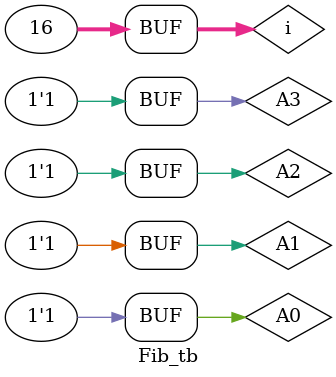
<source format=v>
module Fib_tb;  //test bench
reg A3, A2, A1, A0;
wire Y;
integer i;

Fib DUT (.A3(A3), .A2(A2), .A1(A1), .A0(A0), .Y(Y));

initial
begin
$monitor("A3 = %d, A2 = %d, A1 = %d, A0 = %d, Y = %d", A3, A2, A1, A0, Y);  // screen output
for (i = 0; i < 16; i = i + 1) begin  // check number from 1-15
{A3, A2, A1, A0} = i ; #10;
end
end
endmodule

</source>
